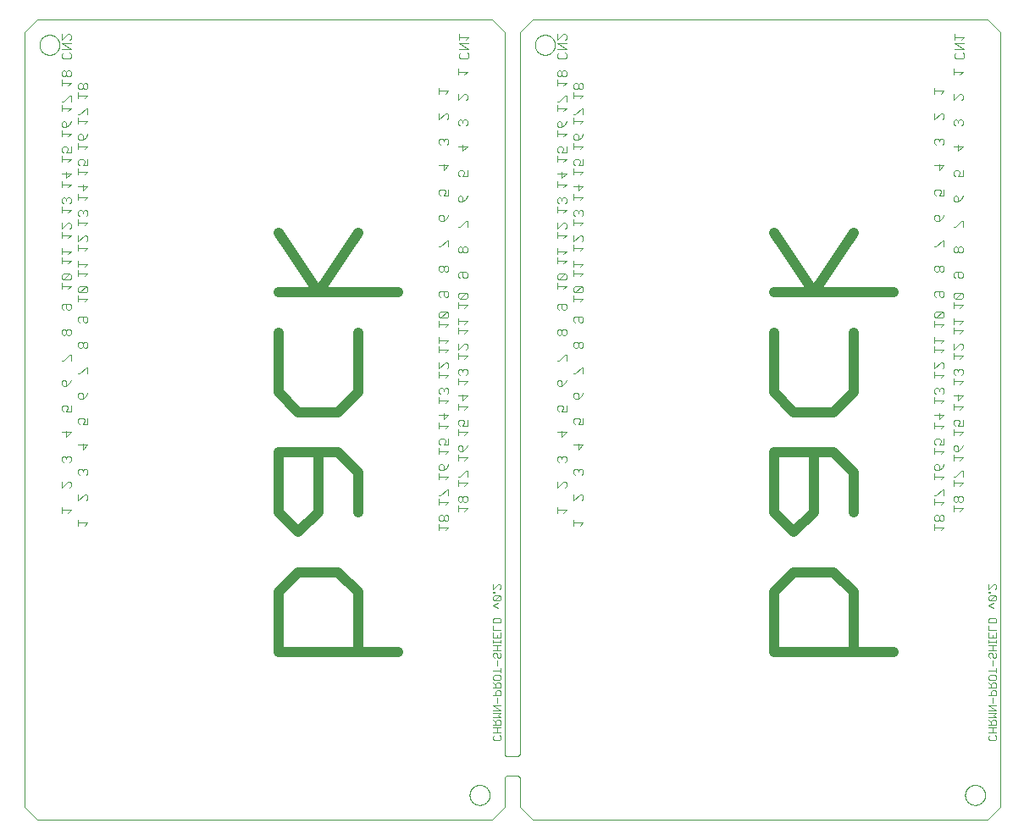
<source format=gbo>
G75*
%MOIN*%
%OFA0B0*%
%FSLAX25Y25*%
%IPPOS*%
%LPD*%
%AMOC8*
5,1,8,0,0,1.08239X$1,22.5*
%
%ADD10C,0.00000*%
%ADD11C,0.00300*%
%ADD12C,0.04100*%
D10*
X0001202Y0006000D02*
X0006202Y0001000D01*
X0185202Y0001000D01*
X0190202Y0006000D01*
X0190202Y0017250D01*
X0190204Y0017318D01*
X0190209Y0017385D01*
X0190218Y0017452D01*
X0190231Y0017519D01*
X0190248Y0017584D01*
X0190267Y0017649D01*
X0190291Y0017713D01*
X0190318Y0017775D01*
X0190348Y0017836D01*
X0190381Y0017894D01*
X0190417Y0017951D01*
X0190457Y0018006D01*
X0190499Y0018059D01*
X0190545Y0018110D01*
X0190592Y0018157D01*
X0190643Y0018203D01*
X0190696Y0018245D01*
X0190751Y0018285D01*
X0190808Y0018321D01*
X0190866Y0018354D01*
X0190927Y0018384D01*
X0190989Y0018411D01*
X0191053Y0018435D01*
X0191118Y0018454D01*
X0191183Y0018471D01*
X0191250Y0018484D01*
X0191317Y0018493D01*
X0191384Y0018498D01*
X0191452Y0018500D01*
X0194952Y0018500D01*
X0195020Y0018498D01*
X0195087Y0018493D01*
X0195154Y0018484D01*
X0195221Y0018471D01*
X0195286Y0018454D01*
X0195351Y0018435D01*
X0195415Y0018411D01*
X0195477Y0018384D01*
X0195538Y0018354D01*
X0195596Y0018321D01*
X0195653Y0018285D01*
X0195708Y0018245D01*
X0195761Y0018203D01*
X0195812Y0018157D01*
X0195859Y0018110D01*
X0195905Y0018059D01*
X0195947Y0018006D01*
X0195987Y0017951D01*
X0196023Y0017894D01*
X0196056Y0017836D01*
X0196086Y0017775D01*
X0196113Y0017713D01*
X0196137Y0017649D01*
X0196156Y0017584D01*
X0196173Y0017519D01*
X0196186Y0017452D01*
X0196195Y0017385D01*
X0196200Y0017318D01*
X0196202Y0017250D01*
X0196202Y0006000D01*
X0201202Y0001000D01*
X0380202Y0001000D01*
X0385202Y0006000D01*
X0385202Y0311000D01*
X0380202Y0316000D01*
X0201202Y0316000D01*
X0196202Y0311000D01*
X0196202Y0027250D01*
X0196200Y0027182D01*
X0196195Y0027115D01*
X0196186Y0027048D01*
X0196173Y0026981D01*
X0196156Y0026916D01*
X0196137Y0026851D01*
X0196113Y0026787D01*
X0196086Y0026725D01*
X0196056Y0026664D01*
X0196023Y0026606D01*
X0195987Y0026549D01*
X0195947Y0026494D01*
X0195905Y0026441D01*
X0195859Y0026390D01*
X0195812Y0026343D01*
X0195761Y0026297D01*
X0195708Y0026255D01*
X0195653Y0026215D01*
X0195596Y0026179D01*
X0195538Y0026146D01*
X0195477Y0026116D01*
X0195415Y0026089D01*
X0195351Y0026065D01*
X0195286Y0026046D01*
X0195221Y0026029D01*
X0195154Y0026016D01*
X0195087Y0026007D01*
X0195020Y0026002D01*
X0194952Y0026000D01*
X0191452Y0026000D01*
X0191384Y0026002D01*
X0191317Y0026007D01*
X0191250Y0026016D01*
X0191183Y0026029D01*
X0191118Y0026046D01*
X0191053Y0026065D01*
X0190989Y0026089D01*
X0190927Y0026116D01*
X0190866Y0026146D01*
X0190808Y0026179D01*
X0190751Y0026215D01*
X0190696Y0026255D01*
X0190643Y0026297D01*
X0190592Y0026343D01*
X0190545Y0026390D01*
X0190499Y0026441D01*
X0190457Y0026494D01*
X0190417Y0026549D01*
X0190381Y0026606D01*
X0190348Y0026664D01*
X0190318Y0026725D01*
X0190291Y0026787D01*
X0190267Y0026851D01*
X0190248Y0026916D01*
X0190231Y0026981D01*
X0190218Y0027048D01*
X0190209Y0027115D01*
X0190204Y0027182D01*
X0190202Y0027250D01*
X0190202Y0311000D01*
X0185202Y0316000D01*
X0006202Y0316000D01*
X0001202Y0311000D01*
X0001202Y0006000D01*
X0176423Y0010843D02*
X0176425Y0010968D01*
X0176431Y0011093D01*
X0176441Y0011217D01*
X0176455Y0011341D01*
X0176472Y0011465D01*
X0176494Y0011588D01*
X0176520Y0011710D01*
X0176549Y0011832D01*
X0176582Y0011952D01*
X0176620Y0012071D01*
X0176660Y0012190D01*
X0176705Y0012306D01*
X0176753Y0012421D01*
X0176805Y0012535D01*
X0176861Y0012647D01*
X0176920Y0012757D01*
X0176982Y0012865D01*
X0177048Y0012972D01*
X0177117Y0013076D01*
X0177190Y0013177D01*
X0177265Y0013277D01*
X0177344Y0013374D01*
X0177426Y0013468D01*
X0177511Y0013560D01*
X0177598Y0013649D01*
X0177689Y0013735D01*
X0177782Y0013818D01*
X0177878Y0013899D01*
X0177976Y0013976D01*
X0178076Y0014050D01*
X0178179Y0014121D01*
X0178284Y0014188D01*
X0178392Y0014253D01*
X0178501Y0014313D01*
X0178612Y0014371D01*
X0178725Y0014424D01*
X0178839Y0014474D01*
X0178955Y0014521D01*
X0179072Y0014563D01*
X0179191Y0014602D01*
X0179311Y0014638D01*
X0179432Y0014669D01*
X0179554Y0014697D01*
X0179676Y0014720D01*
X0179800Y0014740D01*
X0179924Y0014756D01*
X0180048Y0014768D01*
X0180173Y0014776D01*
X0180298Y0014780D01*
X0180422Y0014780D01*
X0180547Y0014776D01*
X0180672Y0014768D01*
X0180796Y0014756D01*
X0180920Y0014740D01*
X0181044Y0014720D01*
X0181166Y0014697D01*
X0181288Y0014669D01*
X0181409Y0014638D01*
X0181529Y0014602D01*
X0181648Y0014563D01*
X0181765Y0014521D01*
X0181881Y0014474D01*
X0181995Y0014424D01*
X0182108Y0014371D01*
X0182219Y0014313D01*
X0182329Y0014253D01*
X0182436Y0014188D01*
X0182541Y0014121D01*
X0182644Y0014050D01*
X0182744Y0013976D01*
X0182842Y0013899D01*
X0182938Y0013818D01*
X0183031Y0013735D01*
X0183122Y0013649D01*
X0183209Y0013560D01*
X0183294Y0013468D01*
X0183376Y0013374D01*
X0183455Y0013277D01*
X0183530Y0013177D01*
X0183603Y0013076D01*
X0183672Y0012972D01*
X0183738Y0012865D01*
X0183800Y0012757D01*
X0183859Y0012647D01*
X0183915Y0012535D01*
X0183967Y0012421D01*
X0184015Y0012306D01*
X0184060Y0012190D01*
X0184100Y0012071D01*
X0184138Y0011952D01*
X0184171Y0011832D01*
X0184200Y0011710D01*
X0184226Y0011588D01*
X0184248Y0011465D01*
X0184265Y0011341D01*
X0184279Y0011217D01*
X0184289Y0011093D01*
X0184295Y0010968D01*
X0184297Y0010843D01*
X0184295Y0010718D01*
X0184289Y0010593D01*
X0184279Y0010469D01*
X0184265Y0010345D01*
X0184248Y0010221D01*
X0184226Y0010098D01*
X0184200Y0009976D01*
X0184171Y0009854D01*
X0184138Y0009734D01*
X0184100Y0009615D01*
X0184060Y0009496D01*
X0184015Y0009380D01*
X0183967Y0009265D01*
X0183915Y0009151D01*
X0183859Y0009039D01*
X0183800Y0008929D01*
X0183738Y0008821D01*
X0183672Y0008714D01*
X0183603Y0008610D01*
X0183530Y0008509D01*
X0183455Y0008409D01*
X0183376Y0008312D01*
X0183294Y0008218D01*
X0183209Y0008126D01*
X0183122Y0008037D01*
X0183031Y0007951D01*
X0182938Y0007868D01*
X0182842Y0007787D01*
X0182744Y0007710D01*
X0182644Y0007636D01*
X0182541Y0007565D01*
X0182436Y0007498D01*
X0182328Y0007433D01*
X0182219Y0007373D01*
X0182108Y0007315D01*
X0181995Y0007262D01*
X0181881Y0007212D01*
X0181765Y0007165D01*
X0181648Y0007123D01*
X0181529Y0007084D01*
X0181409Y0007048D01*
X0181288Y0007017D01*
X0181166Y0006989D01*
X0181044Y0006966D01*
X0180920Y0006946D01*
X0180796Y0006930D01*
X0180672Y0006918D01*
X0180547Y0006910D01*
X0180422Y0006906D01*
X0180298Y0006906D01*
X0180173Y0006910D01*
X0180048Y0006918D01*
X0179924Y0006930D01*
X0179800Y0006946D01*
X0179676Y0006966D01*
X0179554Y0006989D01*
X0179432Y0007017D01*
X0179311Y0007048D01*
X0179191Y0007084D01*
X0179072Y0007123D01*
X0178955Y0007165D01*
X0178839Y0007212D01*
X0178725Y0007262D01*
X0178612Y0007315D01*
X0178501Y0007373D01*
X0178391Y0007433D01*
X0178284Y0007498D01*
X0178179Y0007565D01*
X0178076Y0007636D01*
X0177976Y0007710D01*
X0177878Y0007787D01*
X0177782Y0007868D01*
X0177689Y0007951D01*
X0177598Y0008037D01*
X0177511Y0008126D01*
X0177426Y0008218D01*
X0177344Y0008312D01*
X0177265Y0008409D01*
X0177190Y0008509D01*
X0177117Y0008610D01*
X0177048Y0008714D01*
X0176982Y0008821D01*
X0176920Y0008929D01*
X0176861Y0009039D01*
X0176805Y0009151D01*
X0176753Y0009265D01*
X0176705Y0009380D01*
X0176660Y0009496D01*
X0176620Y0009615D01*
X0176582Y0009734D01*
X0176549Y0009854D01*
X0176520Y0009976D01*
X0176494Y0010098D01*
X0176472Y0010221D01*
X0176455Y0010345D01*
X0176441Y0010469D01*
X0176431Y0010593D01*
X0176425Y0010718D01*
X0176423Y0010843D01*
X0371423Y0010843D02*
X0371425Y0010968D01*
X0371431Y0011093D01*
X0371441Y0011217D01*
X0371455Y0011341D01*
X0371472Y0011465D01*
X0371494Y0011588D01*
X0371520Y0011710D01*
X0371549Y0011832D01*
X0371582Y0011952D01*
X0371620Y0012071D01*
X0371660Y0012190D01*
X0371705Y0012306D01*
X0371753Y0012421D01*
X0371805Y0012535D01*
X0371861Y0012647D01*
X0371920Y0012757D01*
X0371982Y0012865D01*
X0372048Y0012972D01*
X0372117Y0013076D01*
X0372190Y0013177D01*
X0372265Y0013277D01*
X0372344Y0013374D01*
X0372426Y0013468D01*
X0372511Y0013560D01*
X0372598Y0013649D01*
X0372689Y0013735D01*
X0372782Y0013818D01*
X0372878Y0013899D01*
X0372976Y0013976D01*
X0373076Y0014050D01*
X0373179Y0014121D01*
X0373284Y0014188D01*
X0373392Y0014253D01*
X0373501Y0014313D01*
X0373612Y0014371D01*
X0373725Y0014424D01*
X0373839Y0014474D01*
X0373955Y0014521D01*
X0374072Y0014563D01*
X0374191Y0014602D01*
X0374311Y0014638D01*
X0374432Y0014669D01*
X0374554Y0014697D01*
X0374676Y0014720D01*
X0374800Y0014740D01*
X0374924Y0014756D01*
X0375048Y0014768D01*
X0375173Y0014776D01*
X0375298Y0014780D01*
X0375422Y0014780D01*
X0375547Y0014776D01*
X0375672Y0014768D01*
X0375796Y0014756D01*
X0375920Y0014740D01*
X0376044Y0014720D01*
X0376166Y0014697D01*
X0376288Y0014669D01*
X0376409Y0014638D01*
X0376529Y0014602D01*
X0376648Y0014563D01*
X0376765Y0014521D01*
X0376881Y0014474D01*
X0376995Y0014424D01*
X0377108Y0014371D01*
X0377219Y0014313D01*
X0377329Y0014253D01*
X0377436Y0014188D01*
X0377541Y0014121D01*
X0377644Y0014050D01*
X0377744Y0013976D01*
X0377842Y0013899D01*
X0377938Y0013818D01*
X0378031Y0013735D01*
X0378122Y0013649D01*
X0378209Y0013560D01*
X0378294Y0013468D01*
X0378376Y0013374D01*
X0378455Y0013277D01*
X0378530Y0013177D01*
X0378603Y0013076D01*
X0378672Y0012972D01*
X0378738Y0012865D01*
X0378800Y0012757D01*
X0378859Y0012647D01*
X0378915Y0012535D01*
X0378967Y0012421D01*
X0379015Y0012306D01*
X0379060Y0012190D01*
X0379100Y0012071D01*
X0379138Y0011952D01*
X0379171Y0011832D01*
X0379200Y0011710D01*
X0379226Y0011588D01*
X0379248Y0011465D01*
X0379265Y0011341D01*
X0379279Y0011217D01*
X0379289Y0011093D01*
X0379295Y0010968D01*
X0379297Y0010843D01*
X0379295Y0010718D01*
X0379289Y0010593D01*
X0379279Y0010469D01*
X0379265Y0010345D01*
X0379248Y0010221D01*
X0379226Y0010098D01*
X0379200Y0009976D01*
X0379171Y0009854D01*
X0379138Y0009734D01*
X0379100Y0009615D01*
X0379060Y0009496D01*
X0379015Y0009380D01*
X0378967Y0009265D01*
X0378915Y0009151D01*
X0378859Y0009039D01*
X0378800Y0008929D01*
X0378738Y0008821D01*
X0378672Y0008714D01*
X0378603Y0008610D01*
X0378530Y0008509D01*
X0378455Y0008409D01*
X0378376Y0008312D01*
X0378294Y0008218D01*
X0378209Y0008126D01*
X0378122Y0008037D01*
X0378031Y0007951D01*
X0377938Y0007868D01*
X0377842Y0007787D01*
X0377744Y0007710D01*
X0377644Y0007636D01*
X0377541Y0007565D01*
X0377436Y0007498D01*
X0377328Y0007433D01*
X0377219Y0007373D01*
X0377108Y0007315D01*
X0376995Y0007262D01*
X0376881Y0007212D01*
X0376765Y0007165D01*
X0376648Y0007123D01*
X0376529Y0007084D01*
X0376409Y0007048D01*
X0376288Y0007017D01*
X0376166Y0006989D01*
X0376044Y0006966D01*
X0375920Y0006946D01*
X0375796Y0006930D01*
X0375672Y0006918D01*
X0375547Y0006910D01*
X0375422Y0006906D01*
X0375298Y0006906D01*
X0375173Y0006910D01*
X0375048Y0006918D01*
X0374924Y0006930D01*
X0374800Y0006946D01*
X0374676Y0006966D01*
X0374554Y0006989D01*
X0374432Y0007017D01*
X0374311Y0007048D01*
X0374191Y0007084D01*
X0374072Y0007123D01*
X0373955Y0007165D01*
X0373839Y0007212D01*
X0373725Y0007262D01*
X0373612Y0007315D01*
X0373501Y0007373D01*
X0373391Y0007433D01*
X0373284Y0007498D01*
X0373179Y0007565D01*
X0373076Y0007636D01*
X0372976Y0007710D01*
X0372878Y0007787D01*
X0372782Y0007868D01*
X0372689Y0007951D01*
X0372598Y0008037D01*
X0372511Y0008126D01*
X0372426Y0008218D01*
X0372344Y0008312D01*
X0372265Y0008409D01*
X0372190Y0008509D01*
X0372117Y0008610D01*
X0372048Y0008714D01*
X0371982Y0008821D01*
X0371920Y0008929D01*
X0371861Y0009039D01*
X0371805Y0009151D01*
X0371753Y0009265D01*
X0371705Y0009380D01*
X0371660Y0009496D01*
X0371620Y0009615D01*
X0371582Y0009734D01*
X0371549Y0009854D01*
X0371520Y0009976D01*
X0371494Y0010098D01*
X0371472Y0010221D01*
X0371455Y0010345D01*
X0371441Y0010469D01*
X0371431Y0010593D01*
X0371425Y0010718D01*
X0371423Y0010843D01*
X0202132Y0306118D02*
X0202134Y0306243D01*
X0202140Y0306368D01*
X0202150Y0306492D01*
X0202164Y0306616D01*
X0202181Y0306740D01*
X0202203Y0306863D01*
X0202229Y0306985D01*
X0202258Y0307107D01*
X0202291Y0307227D01*
X0202329Y0307346D01*
X0202369Y0307465D01*
X0202414Y0307581D01*
X0202462Y0307696D01*
X0202514Y0307810D01*
X0202570Y0307922D01*
X0202629Y0308032D01*
X0202691Y0308140D01*
X0202757Y0308247D01*
X0202826Y0308351D01*
X0202899Y0308452D01*
X0202974Y0308552D01*
X0203053Y0308649D01*
X0203135Y0308743D01*
X0203220Y0308835D01*
X0203307Y0308924D01*
X0203398Y0309010D01*
X0203491Y0309093D01*
X0203587Y0309174D01*
X0203685Y0309251D01*
X0203785Y0309325D01*
X0203888Y0309396D01*
X0203993Y0309463D01*
X0204101Y0309528D01*
X0204210Y0309588D01*
X0204321Y0309646D01*
X0204434Y0309699D01*
X0204548Y0309749D01*
X0204664Y0309796D01*
X0204781Y0309838D01*
X0204900Y0309877D01*
X0205020Y0309913D01*
X0205141Y0309944D01*
X0205263Y0309972D01*
X0205385Y0309995D01*
X0205509Y0310015D01*
X0205633Y0310031D01*
X0205757Y0310043D01*
X0205882Y0310051D01*
X0206007Y0310055D01*
X0206131Y0310055D01*
X0206256Y0310051D01*
X0206381Y0310043D01*
X0206505Y0310031D01*
X0206629Y0310015D01*
X0206753Y0309995D01*
X0206875Y0309972D01*
X0206997Y0309944D01*
X0207118Y0309913D01*
X0207238Y0309877D01*
X0207357Y0309838D01*
X0207474Y0309796D01*
X0207590Y0309749D01*
X0207704Y0309699D01*
X0207817Y0309646D01*
X0207928Y0309588D01*
X0208038Y0309528D01*
X0208145Y0309463D01*
X0208250Y0309396D01*
X0208353Y0309325D01*
X0208453Y0309251D01*
X0208551Y0309174D01*
X0208647Y0309093D01*
X0208740Y0309010D01*
X0208831Y0308924D01*
X0208918Y0308835D01*
X0209003Y0308743D01*
X0209085Y0308649D01*
X0209164Y0308552D01*
X0209239Y0308452D01*
X0209312Y0308351D01*
X0209381Y0308247D01*
X0209447Y0308140D01*
X0209509Y0308032D01*
X0209568Y0307922D01*
X0209624Y0307810D01*
X0209676Y0307696D01*
X0209724Y0307581D01*
X0209769Y0307465D01*
X0209809Y0307346D01*
X0209847Y0307227D01*
X0209880Y0307107D01*
X0209909Y0306985D01*
X0209935Y0306863D01*
X0209957Y0306740D01*
X0209974Y0306616D01*
X0209988Y0306492D01*
X0209998Y0306368D01*
X0210004Y0306243D01*
X0210006Y0306118D01*
X0210004Y0305993D01*
X0209998Y0305868D01*
X0209988Y0305744D01*
X0209974Y0305620D01*
X0209957Y0305496D01*
X0209935Y0305373D01*
X0209909Y0305251D01*
X0209880Y0305129D01*
X0209847Y0305009D01*
X0209809Y0304890D01*
X0209769Y0304771D01*
X0209724Y0304655D01*
X0209676Y0304540D01*
X0209624Y0304426D01*
X0209568Y0304314D01*
X0209509Y0304204D01*
X0209447Y0304096D01*
X0209381Y0303989D01*
X0209312Y0303885D01*
X0209239Y0303784D01*
X0209164Y0303684D01*
X0209085Y0303587D01*
X0209003Y0303493D01*
X0208918Y0303401D01*
X0208831Y0303312D01*
X0208740Y0303226D01*
X0208647Y0303143D01*
X0208551Y0303062D01*
X0208453Y0302985D01*
X0208353Y0302911D01*
X0208250Y0302840D01*
X0208145Y0302773D01*
X0208037Y0302708D01*
X0207928Y0302648D01*
X0207817Y0302590D01*
X0207704Y0302537D01*
X0207590Y0302487D01*
X0207474Y0302440D01*
X0207357Y0302398D01*
X0207238Y0302359D01*
X0207118Y0302323D01*
X0206997Y0302292D01*
X0206875Y0302264D01*
X0206753Y0302241D01*
X0206629Y0302221D01*
X0206505Y0302205D01*
X0206381Y0302193D01*
X0206256Y0302185D01*
X0206131Y0302181D01*
X0206007Y0302181D01*
X0205882Y0302185D01*
X0205757Y0302193D01*
X0205633Y0302205D01*
X0205509Y0302221D01*
X0205385Y0302241D01*
X0205263Y0302264D01*
X0205141Y0302292D01*
X0205020Y0302323D01*
X0204900Y0302359D01*
X0204781Y0302398D01*
X0204664Y0302440D01*
X0204548Y0302487D01*
X0204434Y0302537D01*
X0204321Y0302590D01*
X0204210Y0302648D01*
X0204100Y0302708D01*
X0203993Y0302773D01*
X0203888Y0302840D01*
X0203785Y0302911D01*
X0203685Y0302985D01*
X0203587Y0303062D01*
X0203491Y0303143D01*
X0203398Y0303226D01*
X0203307Y0303312D01*
X0203220Y0303401D01*
X0203135Y0303493D01*
X0203053Y0303587D01*
X0202974Y0303684D01*
X0202899Y0303784D01*
X0202826Y0303885D01*
X0202757Y0303989D01*
X0202691Y0304096D01*
X0202629Y0304204D01*
X0202570Y0304314D01*
X0202514Y0304426D01*
X0202462Y0304540D01*
X0202414Y0304655D01*
X0202369Y0304771D01*
X0202329Y0304890D01*
X0202291Y0305009D01*
X0202258Y0305129D01*
X0202229Y0305251D01*
X0202203Y0305373D01*
X0202181Y0305496D01*
X0202164Y0305620D01*
X0202150Y0305744D01*
X0202140Y0305868D01*
X0202134Y0305993D01*
X0202132Y0306118D01*
X0007132Y0306118D02*
X0007134Y0306243D01*
X0007140Y0306368D01*
X0007150Y0306492D01*
X0007164Y0306616D01*
X0007181Y0306740D01*
X0007203Y0306863D01*
X0007229Y0306985D01*
X0007258Y0307107D01*
X0007291Y0307227D01*
X0007329Y0307346D01*
X0007369Y0307465D01*
X0007414Y0307581D01*
X0007462Y0307696D01*
X0007514Y0307810D01*
X0007570Y0307922D01*
X0007629Y0308032D01*
X0007691Y0308140D01*
X0007757Y0308247D01*
X0007826Y0308351D01*
X0007899Y0308452D01*
X0007974Y0308552D01*
X0008053Y0308649D01*
X0008135Y0308743D01*
X0008220Y0308835D01*
X0008307Y0308924D01*
X0008398Y0309010D01*
X0008491Y0309093D01*
X0008587Y0309174D01*
X0008685Y0309251D01*
X0008785Y0309325D01*
X0008888Y0309396D01*
X0008993Y0309463D01*
X0009101Y0309528D01*
X0009210Y0309588D01*
X0009321Y0309646D01*
X0009434Y0309699D01*
X0009548Y0309749D01*
X0009664Y0309796D01*
X0009781Y0309838D01*
X0009900Y0309877D01*
X0010020Y0309913D01*
X0010141Y0309944D01*
X0010263Y0309972D01*
X0010385Y0309995D01*
X0010509Y0310015D01*
X0010633Y0310031D01*
X0010757Y0310043D01*
X0010882Y0310051D01*
X0011007Y0310055D01*
X0011131Y0310055D01*
X0011256Y0310051D01*
X0011381Y0310043D01*
X0011505Y0310031D01*
X0011629Y0310015D01*
X0011753Y0309995D01*
X0011875Y0309972D01*
X0011997Y0309944D01*
X0012118Y0309913D01*
X0012238Y0309877D01*
X0012357Y0309838D01*
X0012474Y0309796D01*
X0012590Y0309749D01*
X0012704Y0309699D01*
X0012817Y0309646D01*
X0012928Y0309588D01*
X0013038Y0309528D01*
X0013145Y0309463D01*
X0013250Y0309396D01*
X0013353Y0309325D01*
X0013453Y0309251D01*
X0013551Y0309174D01*
X0013647Y0309093D01*
X0013740Y0309010D01*
X0013831Y0308924D01*
X0013918Y0308835D01*
X0014003Y0308743D01*
X0014085Y0308649D01*
X0014164Y0308552D01*
X0014239Y0308452D01*
X0014312Y0308351D01*
X0014381Y0308247D01*
X0014447Y0308140D01*
X0014509Y0308032D01*
X0014568Y0307922D01*
X0014624Y0307810D01*
X0014676Y0307696D01*
X0014724Y0307581D01*
X0014769Y0307465D01*
X0014809Y0307346D01*
X0014847Y0307227D01*
X0014880Y0307107D01*
X0014909Y0306985D01*
X0014935Y0306863D01*
X0014957Y0306740D01*
X0014974Y0306616D01*
X0014988Y0306492D01*
X0014998Y0306368D01*
X0015004Y0306243D01*
X0015006Y0306118D01*
X0015004Y0305993D01*
X0014998Y0305868D01*
X0014988Y0305744D01*
X0014974Y0305620D01*
X0014957Y0305496D01*
X0014935Y0305373D01*
X0014909Y0305251D01*
X0014880Y0305129D01*
X0014847Y0305009D01*
X0014809Y0304890D01*
X0014769Y0304771D01*
X0014724Y0304655D01*
X0014676Y0304540D01*
X0014624Y0304426D01*
X0014568Y0304314D01*
X0014509Y0304204D01*
X0014447Y0304096D01*
X0014381Y0303989D01*
X0014312Y0303885D01*
X0014239Y0303784D01*
X0014164Y0303684D01*
X0014085Y0303587D01*
X0014003Y0303493D01*
X0013918Y0303401D01*
X0013831Y0303312D01*
X0013740Y0303226D01*
X0013647Y0303143D01*
X0013551Y0303062D01*
X0013453Y0302985D01*
X0013353Y0302911D01*
X0013250Y0302840D01*
X0013145Y0302773D01*
X0013037Y0302708D01*
X0012928Y0302648D01*
X0012817Y0302590D01*
X0012704Y0302537D01*
X0012590Y0302487D01*
X0012474Y0302440D01*
X0012357Y0302398D01*
X0012238Y0302359D01*
X0012118Y0302323D01*
X0011997Y0302292D01*
X0011875Y0302264D01*
X0011753Y0302241D01*
X0011629Y0302221D01*
X0011505Y0302205D01*
X0011381Y0302193D01*
X0011256Y0302185D01*
X0011131Y0302181D01*
X0011007Y0302181D01*
X0010882Y0302185D01*
X0010757Y0302193D01*
X0010633Y0302205D01*
X0010509Y0302221D01*
X0010385Y0302241D01*
X0010263Y0302264D01*
X0010141Y0302292D01*
X0010020Y0302323D01*
X0009900Y0302359D01*
X0009781Y0302398D01*
X0009664Y0302440D01*
X0009548Y0302487D01*
X0009434Y0302537D01*
X0009321Y0302590D01*
X0009210Y0302648D01*
X0009100Y0302708D01*
X0008993Y0302773D01*
X0008888Y0302840D01*
X0008785Y0302911D01*
X0008685Y0302985D01*
X0008587Y0303062D01*
X0008491Y0303143D01*
X0008398Y0303226D01*
X0008307Y0303312D01*
X0008220Y0303401D01*
X0008135Y0303493D01*
X0008053Y0303587D01*
X0007974Y0303684D01*
X0007899Y0303784D01*
X0007826Y0303885D01*
X0007757Y0303989D01*
X0007691Y0304096D01*
X0007629Y0304204D01*
X0007570Y0304314D01*
X0007514Y0304426D01*
X0007462Y0304540D01*
X0007414Y0304655D01*
X0007369Y0304771D01*
X0007329Y0304890D01*
X0007291Y0305009D01*
X0007258Y0305129D01*
X0007229Y0305251D01*
X0007203Y0305373D01*
X0007181Y0305496D01*
X0007164Y0305620D01*
X0007150Y0305744D01*
X0007140Y0305868D01*
X0007134Y0305993D01*
X0007132Y0306118D01*
D11*
X0015852Y0306777D02*
X0019556Y0306777D01*
X0018938Y0307992D02*
X0019556Y0308609D01*
X0019556Y0309843D01*
X0018938Y0310460D01*
X0018321Y0310460D01*
X0015852Y0307992D01*
X0015852Y0310460D01*
X0015852Y0306777D02*
X0019556Y0304308D01*
X0015852Y0304308D01*
X0016470Y0303094D02*
X0015852Y0302477D01*
X0015852Y0301242D01*
X0016470Y0300625D01*
X0018938Y0300625D01*
X0019556Y0301242D01*
X0019556Y0302477D01*
X0018938Y0303094D01*
X0018938Y0296119D02*
X0018321Y0296119D01*
X0017704Y0295502D01*
X0017704Y0294267D01*
X0018321Y0293650D01*
X0018938Y0293650D01*
X0019556Y0294267D01*
X0019556Y0295502D01*
X0018938Y0296119D01*
X0017704Y0295502D02*
X0017087Y0296119D01*
X0016470Y0296119D01*
X0015852Y0295502D01*
X0015852Y0294267D01*
X0016470Y0293650D01*
X0017087Y0293650D01*
X0017704Y0294267D01*
X0015852Y0292436D02*
X0015852Y0289967D01*
X0015852Y0291201D02*
X0019556Y0291201D01*
X0018321Y0289967D01*
X0018938Y0286119D02*
X0016470Y0283650D01*
X0015852Y0283650D01*
X0015852Y0282436D02*
X0015852Y0279967D01*
X0015852Y0281201D02*
X0019556Y0281201D01*
X0018321Y0279967D01*
X0019556Y0283650D02*
X0019556Y0286119D01*
X0018938Y0286119D01*
X0022352Y0286201D02*
X0026056Y0286201D01*
X0024821Y0284967D01*
X0022352Y0284967D02*
X0022352Y0287436D01*
X0022970Y0288650D02*
X0023587Y0288650D01*
X0024204Y0289267D01*
X0024204Y0290502D01*
X0023587Y0291119D01*
X0022970Y0291119D01*
X0022352Y0290502D01*
X0022352Y0289267D01*
X0022970Y0288650D01*
X0024204Y0289267D02*
X0024821Y0288650D01*
X0025438Y0288650D01*
X0026056Y0289267D01*
X0026056Y0290502D01*
X0025438Y0291119D01*
X0024821Y0291119D01*
X0024204Y0290502D01*
X0025438Y0281119D02*
X0022970Y0278650D01*
X0022352Y0278650D01*
X0022352Y0277436D02*
X0022352Y0274967D01*
X0022352Y0276201D02*
X0026056Y0276201D01*
X0024821Y0274967D01*
X0026056Y0278650D02*
X0026056Y0281119D01*
X0025438Y0281119D01*
X0019556Y0276119D02*
X0018938Y0274884D01*
X0017704Y0273650D01*
X0017704Y0275502D01*
X0017087Y0276119D01*
X0016470Y0276119D01*
X0015852Y0275502D01*
X0015852Y0274267D01*
X0016470Y0273650D01*
X0017704Y0273650D01*
X0015852Y0272436D02*
X0015852Y0269967D01*
X0015852Y0271201D02*
X0019556Y0271201D01*
X0018321Y0269967D01*
X0022352Y0270502D02*
X0022352Y0269267D01*
X0022970Y0268650D01*
X0024204Y0268650D01*
X0024204Y0270502D01*
X0023587Y0271119D01*
X0022970Y0271119D01*
X0022352Y0270502D01*
X0024204Y0268650D02*
X0025438Y0269884D01*
X0026056Y0271119D01*
X0022352Y0267436D02*
X0022352Y0264967D01*
X0022352Y0266201D02*
X0026056Y0266201D01*
X0024821Y0264967D01*
X0024204Y0261119D02*
X0022970Y0261119D01*
X0022352Y0260502D01*
X0022352Y0259267D01*
X0022970Y0258650D01*
X0024204Y0258650D02*
X0024821Y0259884D01*
X0024821Y0260502D01*
X0024204Y0261119D01*
X0026056Y0261119D02*
X0026056Y0258650D01*
X0024204Y0258650D01*
X0022352Y0257436D02*
X0022352Y0254967D01*
X0022352Y0256201D02*
X0026056Y0256201D01*
X0024821Y0254967D01*
X0024204Y0251119D02*
X0024204Y0248650D01*
X0026056Y0250502D01*
X0022352Y0250502D01*
X0019556Y0251201D02*
X0015852Y0251201D01*
X0015852Y0249967D02*
X0015852Y0252436D01*
X0017704Y0253650D02*
X0017704Y0256119D01*
X0019556Y0255502D02*
X0017704Y0253650D01*
X0015852Y0255502D02*
X0019556Y0255502D01*
X0019556Y0251201D02*
X0018321Y0249967D01*
X0018321Y0246119D02*
X0017704Y0245502D01*
X0017087Y0246119D01*
X0016470Y0246119D01*
X0015852Y0245502D01*
X0015852Y0244267D01*
X0016470Y0243650D01*
X0015852Y0242436D02*
X0015852Y0239967D01*
X0015852Y0241201D02*
X0019556Y0241201D01*
X0018321Y0239967D01*
X0018938Y0243650D02*
X0019556Y0244267D01*
X0019556Y0245502D01*
X0018938Y0246119D01*
X0018321Y0246119D01*
X0017704Y0245502D02*
X0017704Y0244884D01*
X0022352Y0244967D02*
X0022352Y0247436D01*
X0022352Y0246201D02*
X0026056Y0246201D01*
X0024821Y0244967D01*
X0024821Y0241119D02*
X0024204Y0240502D01*
X0023587Y0241119D01*
X0022970Y0241119D01*
X0022352Y0240502D01*
X0022352Y0239267D01*
X0022970Y0238650D01*
X0022352Y0237436D02*
X0022352Y0234967D01*
X0022352Y0236201D02*
X0026056Y0236201D01*
X0024821Y0234967D01*
X0025438Y0238650D02*
X0026056Y0239267D01*
X0026056Y0240502D01*
X0025438Y0241119D01*
X0024821Y0241119D01*
X0024204Y0240502D02*
X0024204Y0239884D01*
X0019556Y0235502D02*
X0019556Y0234267D01*
X0018938Y0233650D01*
X0019556Y0235502D02*
X0018938Y0236119D01*
X0018321Y0236119D01*
X0015852Y0233650D01*
X0015852Y0236119D01*
X0015852Y0232436D02*
X0015852Y0229967D01*
X0015852Y0231201D02*
X0019556Y0231201D01*
X0018321Y0229967D01*
X0022352Y0231119D02*
X0022352Y0228650D01*
X0024821Y0231119D01*
X0025438Y0231119D01*
X0026056Y0230502D01*
X0026056Y0229267D01*
X0025438Y0228650D01*
X0026056Y0226201D02*
X0022352Y0226201D01*
X0022352Y0224967D02*
X0022352Y0227436D01*
X0024821Y0224967D02*
X0026056Y0226201D01*
X0019556Y0224884D02*
X0015852Y0224884D01*
X0015852Y0223650D02*
X0015852Y0226119D01*
X0018321Y0223650D02*
X0019556Y0224884D01*
X0019556Y0221201D02*
X0015852Y0221201D01*
X0015852Y0219967D02*
X0015852Y0222436D01*
X0018321Y0219967D02*
X0019556Y0221201D01*
X0022352Y0221119D02*
X0022352Y0218650D01*
X0022352Y0217436D02*
X0022352Y0214967D01*
X0022352Y0216201D02*
X0026056Y0216201D01*
X0024821Y0214967D01*
X0024821Y0218650D02*
X0026056Y0219884D01*
X0022352Y0219884D01*
X0018938Y0216119D02*
X0016470Y0213650D01*
X0015852Y0214267D01*
X0015852Y0215502D01*
X0016470Y0216119D01*
X0018938Y0216119D01*
X0019556Y0215502D01*
X0019556Y0214267D01*
X0018938Y0213650D01*
X0016470Y0213650D01*
X0015852Y0212436D02*
X0015852Y0209967D01*
X0015852Y0211201D02*
X0019556Y0211201D01*
X0018321Y0209967D01*
X0022352Y0210502D02*
X0022352Y0209267D01*
X0022970Y0208650D01*
X0025438Y0211119D01*
X0022970Y0211119D01*
X0022352Y0210502D01*
X0022970Y0208650D02*
X0025438Y0208650D01*
X0026056Y0209267D01*
X0026056Y0210502D01*
X0025438Y0211119D01*
X0022352Y0207436D02*
X0022352Y0204967D01*
X0022352Y0206201D02*
X0026056Y0206201D01*
X0024821Y0204967D01*
X0019556Y0203660D02*
X0019556Y0202426D01*
X0018938Y0201808D01*
X0018321Y0201808D01*
X0017704Y0202426D01*
X0017704Y0204277D01*
X0018938Y0204277D02*
X0019556Y0203660D01*
X0018938Y0204277D02*
X0016470Y0204277D01*
X0015852Y0203660D01*
X0015852Y0202426D01*
X0016470Y0201808D01*
X0022352Y0198660D02*
X0022970Y0199277D01*
X0025438Y0199277D01*
X0026056Y0198660D01*
X0026056Y0197426D01*
X0025438Y0196808D01*
X0024821Y0196808D01*
X0024204Y0197426D01*
X0024204Y0199277D01*
X0022352Y0198660D02*
X0022352Y0197426D01*
X0022970Y0196808D01*
X0019556Y0193660D02*
X0018938Y0194277D01*
X0018321Y0194277D01*
X0017704Y0193660D01*
X0017704Y0192426D01*
X0018321Y0191808D01*
X0018938Y0191808D01*
X0019556Y0192426D01*
X0019556Y0193660D01*
X0017704Y0193660D02*
X0017087Y0194277D01*
X0016470Y0194277D01*
X0015852Y0193660D01*
X0015852Y0192426D01*
X0016470Y0191808D01*
X0017087Y0191808D01*
X0017704Y0192426D01*
X0022352Y0188660D02*
X0022352Y0187426D01*
X0022970Y0186808D01*
X0023587Y0186808D01*
X0024204Y0187426D01*
X0024204Y0188660D01*
X0023587Y0189277D01*
X0022970Y0189277D01*
X0022352Y0188660D01*
X0024204Y0188660D02*
X0024821Y0189277D01*
X0025438Y0189277D01*
X0026056Y0188660D01*
X0026056Y0187426D01*
X0025438Y0186808D01*
X0024821Y0186808D01*
X0024204Y0187426D01*
X0019556Y0184277D02*
X0018938Y0184277D01*
X0016470Y0181808D01*
X0015852Y0181808D01*
X0019556Y0181808D02*
X0019556Y0184277D01*
X0025438Y0179277D02*
X0022970Y0176808D01*
X0022352Y0176808D01*
X0026056Y0176808D02*
X0026056Y0179277D01*
X0025438Y0179277D01*
X0019556Y0174277D02*
X0018938Y0173043D01*
X0017704Y0171808D01*
X0017704Y0173660D01*
X0017087Y0174277D01*
X0016470Y0174277D01*
X0015852Y0173660D01*
X0015852Y0172426D01*
X0016470Y0171808D01*
X0017704Y0171808D01*
X0022352Y0168660D02*
X0022970Y0169277D01*
X0023587Y0169277D01*
X0024204Y0168660D01*
X0024204Y0166808D01*
X0022970Y0166808D01*
X0022352Y0167426D01*
X0022352Y0168660D01*
X0024204Y0166808D02*
X0025438Y0168043D01*
X0026056Y0169277D01*
X0019556Y0164277D02*
X0019556Y0161808D01*
X0017704Y0161808D01*
X0018321Y0163043D01*
X0018321Y0163660D01*
X0017704Y0164277D01*
X0016470Y0164277D01*
X0015852Y0163660D01*
X0015852Y0162426D01*
X0016470Y0161808D01*
X0022352Y0158660D02*
X0022352Y0157426D01*
X0022970Y0156808D01*
X0024204Y0156808D02*
X0024821Y0158043D01*
X0024821Y0158660D01*
X0024204Y0159277D01*
X0022970Y0159277D01*
X0022352Y0158660D01*
X0024204Y0156808D02*
X0026056Y0156808D01*
X0026056Y0159277D01*
X0019556Y0153660D02*
X0015852Y0153660D01*
X0017704Y0154277D02*
X0017704Y0151808D01*
X0019556Y0153660D01*
X0024204Y0149277D02*
X0024204Y0146808D01*
X0026056Y0148660D01*
X0022352Y0148660D01*
X0018938Y0144277D02*
X0018321Y0144277D01*
X0017704Y0143660D01*
X0017087Y0144277D01*
X0016470Y0144277D01*
X0015852Y0143660D01*
X0015852Y0142426D01*
X0016470Y0141808D01*
X0017704Y0143043D02*
X0017704Y0143660D01*
X0018938Y0144277D02*
X0019556Y0143660D01*
X0019556Y0142426D01*
X0018938Y0141808D01*
X0022352Y0138660D02*
X0022352Y0137426D01*
X0022970Y0136808D01*
X0024204Y0138043D02*
X0024204Y0138660D01*
X0023587Y0139277D01*
X0022970Y0139277D01*
X0022352Y0138660D01*
X0024204Y0138660D02*
X0024821Y0139277D01*
X0025438Y0139277D01*
X0026056Y0138660D01*
X0026056Y0137426D01*
X0025438Y0136808D01*
X0019556Y0133660D02*
X0019556Y0132426D01*
X0018938Y0131808D01*
X0019556Y0133660D02*
X0018938Y0134277D01*
X0018321Y0134277D01*
X0015852Y0131808D01*
X0015852Y0134277D01*
X0022352Y0129277D02*
X0022352Y0126808D01*
X0024821Y0129277D01*
X0025438Y0129277D01*
X0026056Y0128660D01*
X0026056Y0127426D01*
X0025438Y0126808D01*
X0019556Y0123043D02*
X0015852Y0123043D01*
X0015852Y0124277D02*
X0015852Y0121808D01*
X0018321Y0121808D02*
X0019556Y0123043D01*
X0022352Y0119277D02*
X0022352Y0116808D01*
X0022352Y0118043D02*
X0026056Y0118043D01*
X0024821Y0116808D01*
X0164352Y0116201D02*
X0168056Y0116201D01*
X0166821Y0114967D01*
X0164352Y0114967D02*
X0164352Y0117436D01*
X0164970Y0118650D02*
X0165587Y0118650D01*
X0166204Y0119267D01*
X0166204Y0120502D01*
X0165587Y0121119D01*
X0164970Y0121119D01*
X0164352Y0120502D01*
X0164352Y0119267D01*
X0164970Y0118650D01*
X0166204Y0119267D02*
X0166821Y0118650D01*
X0167438Y0118650D01*
X0168056Y0119267D01*
X0168056Y0120502D01*
X0167438Y0121119D01*
X0166821Y0121119D01*
X0166204Y0120502D01*
X0166821Y0124967D02*
X0168056Y0126201D01*
X0164352Y0126201D01*
X0164352Y0124967D02*
X0164352Y0127436D01*
X0164352Y0128650D02*
X0164970Y0128650D01*
X0167438Y0131119D01*
X0168056Y0131119D01*
X0168056Y0128650D01*
X0171852Y0128002D02*
X0171852Y0126767D01*
X0172470Y0126150D01*
X0173087Y0126150D01*
X0173704Y0126767D01*
X0173704Y0128002D01*
X0173087Y0128619D01*
X0172470Y0128619D01*
X0171852Y0128002D01*
X0173704Y0128002D02*
X0174321Y0128619D01*
X0174938Y0128619D01*
X0175556Y0128002D01*
X0175556Y0126767D01*
X0174938Y0126150D01*
X0174321Y0126150D01*
X0173704Y0126767D01*
X0171852Y0124936D02*
X0171852Y0122467D01*
X0171852Y0123701D02*
X0175556Y0123701D01*
X0174321Y0122467D01*
X0174321Y0132467D02*
X0175556Y0133701D01*
X0171852Y0133701D01*
X0171852Y0132467D02*
X0171852Y0134936D01*
X0171852Y0136150D02*
X0172470Y0136150D01*
X0174938Y0138619D01*
X0175556Y0138619D01*
X0175556Y0136150D01*
X0174321Y0142467D02*
X0175556Y0143701D01*
X0171852Y0143701D01*
X0171852Y0142467D02*
X0171852Y0144936D01*
X0172470Y0146150D02*
X0171852Y0146767D01*
X0171852Y0148002D01*
X0172470Y0148619D01*
X0173087Y0148619D01*
X0173704Y0148002D01*
X0173704Y0146150D01*
X0172470Y0146150D01*
X0173704Y0146150D02*
X0174938Y0147384D01*
X0175556Y0148619D01*
X0174321Y0152467D02*
X0175556Y0153701D01*
X0171852Y0153701D01*
X0171852Y0152467D02*
X0171852Y0154936D01*
X0172470Y0156150D02*
X0171852Y0156767D01*
X0171852Y0158002D01*
X0172470Y0158619D01*
X0173704Y0158619D01*
X0174321Y0158002D01*
X0174321Y0157384D01*
X0173704Y0156150D01*
X0175556Y0156150D01*
X0175556Y0158619D01*
X0174321Y0162467D02*
X0175556Y0163701D01*
X0171852Y0163701D01*
X0171852Y0162467D02*
X0171852Y0164936D01*
X0173704Y0166150D02*
X0173704Y0168619D01*
X0175556Y0168002D02*
X0173704Y0166150D01*
X0171852Y0168002D02*
X0175556Y0168002D01*
X0174321Y0172467D02*
X0175556Y0173701D01*
X0171852Y0173701D01*
X0171852Y0172467D02*
X0171852Y0174936D01*
X0172470Y0176150D02*
X0171852Y0176767D01*
X0171852Y0178002D01*
X0172470Y0178619D01*
X0173087Y0178619D01*
X0173704Y0178002D01*
X0173704Y0177384D01*
X0173704Y0178002D02*
X0174321Y0178619D01*
X0174938Y0178619D01*
X0175556Y0178002D01*
X0175556Y0176767D01*
X0174938Y0176150D01*
X0174321Y0182467D02*
X0175556Y0183701D01*
X0171852Y0183701D01*
X0171852Y0182467D02*
X0171852Y0184936D01*
X0171852Y0186150D02*
X0174321Y0188619D01*
X0174938Y0188619D01*
X0175556Y0188002D01*
X0175556Y0186767D01*
X0174938Y0186150D01*
X0171852Y0186150D02*
X0171852Y0188619D01*
X0171852Y0192467D02*
X0171852Y0194936D01*
X0171852Y0196150D02*
X0171852Y0198619D01*
X0171852Y0197384D02*
X0175556Y0197384D01*
X0174321Y0196150D01*
X0175556Y0193701D02*
X0171852Y0193701D01*
X0174321Y0192467D02*
X0175556Y0193701D01*
X0168056Y0196201D02*
X0164352Y0196201D01*
X0164352Y0194967D02*
X0164352Y0197436D01*
X0164970Y0198650D02*
X0167438Y0201119D01*
X0164970Y0201119D01*
X0164352Y0200502D01*
X0164352Y0199267D01*
X0164970Y0198650D01*
X0167438Y0198650D01*
X0168056Y0199267D01*
X0168056Y0200502D01*
X0167438Y0201119D01*
X0171852Y0202467D02*
X0171852Y0204936D01*
X0171852Y0203701D02*
X0175556Y0203701D01*
X0174321Y0202467D01*
X0174938Y0206150D02*
X0172470Y0206150D01*
X0174938Y0208619D01*
X0172470Y0208619D01*
X0171852Y0208002D01*
X0171852Y0206767D01*
X0172470Y0206150D01*
X0174938Y0206150D02*
X0175556Y0206767D01*
X0175556Y0208002D01*
X0174938Y0208619D01*
X0174938Y0214308D02*
X0174321Y0214308D01*
X0173704Y0214926D01*
X0173704Y0216777D01*
X0172470Y0216777D02*
X0174938Y0216777D01*
X0175556Y0216160D01*
X0175556Y0214926D01*
X0174938Y0214308D01*
X0172470Y0214308D02*
X0171852Y0214926D01*
X0171852Y0216160D01*
X0172470Y0216777D01*
X0168056Y0217426D02*
X0168056Y0218660D01*
X0167438Y0219277D01*
X0166821Y0219277D01*
X0166204Y0218660D01*
X0166204Y0217426D01*
X0166821Y0216808D01*
X0167438Y0216808D01*
X0168056Y0217426D01*
X0166204Y0217426D02*
X0165587Y0216808D01*
X0164970Y0216808D01*
X0164352Y0217426D01*
X0164352Y0218660D01*
X0164970Y0219277D01*
X0165587Y0219277D01*
X0166204Y0218660D01*
X0172470Y0224308D02*
X0173087Y0224308D01*
X0173704Y0224926D01*
X0173704Y0226160D01*
X0173087Y0226777D01*
X0172470Y0226777D01*
X0171852Y0226160D01*
X0171852Y0224926D01*
X0172470Y0224308D01*
X0173704Y0224926D02*
X0174321Y0224308D01*
X0174938Y0224308D01*
X0175556Y0224926D01*
X0175556Y0226160D01*
X0174938Y0226777D01*
X0174321Y0226777D01*
X0173704Y0226160D01*
X0168056Y0226808D02*
X0168056Y0229277D01*
X0167438Y0229277D01*
X0164970Y0226808D01*
X0164352Y0226808D01*
X0171852Y0234308D02*
X0172470Y0234308D01*
X0174938Y0236777D01*
X0175556Y0236777D01*
X0175556Y0234308D01*
X0167438Y0238043D02*
X0166204Y0236808D01*
X0166204Y0238660D01*
X0165587Y0239277D01*
X0164970Y0239277D01*
X0164352Y0238660D01*
X0164352Y0237426D01*
X0164970Y0236808D01*
X0166204Y0236808D01*
X0167438Y0238043D02*
X0168056Y0239277D01*
X0172470Y0244308D02*
X0171852Y0244926D01*
X0171852Y0246160D01*
X0172470Y0246777D01*
X0173087Y0246777D01*
X0173704Y0246160D01*
X0173704Y0244308D01*
X0172470Y0244308D01*
X0173704Y0244308D02*
X0174938Y0245543D01*
X0175556Y0246777D01*
X0168056Y0246808D02*
X0166204Y0246808D01*
X0166821Y0248043D01*
X0166821Y0248660D01*
X0166204Y0249277D01*
X0164970Y0249277D01*
X0164352Y0248660D01*
X0164352Y0247426D01*
X0164970Y0246808D01*
X0168056Y0246808D02*
X0168056Y0249277D01*
X0172470Y0254308D02*
X0171852Y0254926D01*
X0171852Y0256160D01*
X0172470Y0256777D01*
X0173704Y0256777D01*
X0174321Y0256160D01*
X0174321Y0255543D01*
X0173704Y0254308D01*
X0175556Y0254308D01*
X0175556Y0256777D01*
X0168056Y0258660D02*
X0166204Y0256808D01*
X0166204Y0259277D01*
X0164352Y0258660D02*
X0168056Y0258660D01*
X0173704Y0264308D02*
X0173704Y0266777D01*
X0175556Y0266160D02*
X0173704Y0264308D01*
X0171852Y0266160D02*
X0175556Y0266160D01*
X0168056Y0267426D02*
X0168056Y0268660D01*
X0167438Y0269277D01*
X0166821Y0269277D01*
X0166204Y0268660D01*
X0165587Y0269277D01*
X0164970Y0269277D01*
X0164352Y0268660D01*
X0164352Y0267426D01*
X0164970Y0266808D01*
X0166204Y0268043D02*
X0166204Y0268660D01*
X0167438Y0266808D02*
X0168056Y0267426D01*
X0172470Y0274308D02*
X0171852Y0274926D01*
X0171852Y0276160D01*
X0172470Y0276777D01*
X0173087Y0276777D01*
X0173704Y0276160D01*
X0173704Y0275543D01*
X0173704Y0276160D02*
X0174321Y0276777D01*
X0174938Y0276777D01*
X0175556Y0276160D01*
X0175556Y0274926D01*
X0174938Y0274308D01*
X0168056Y0277426D02*
X0167438Y0276808D01*
X0168056Y0277426D02*
X0168056Y0278660D01*
X0167438Y0279277D01*
X0166821Y0279277D01*
X0164352Y0276808D01*
X0164352Y0279277D01*
X0164352Y0286808D02*
X0164352Y0289277D01*
X0164352Y0288043D02*
X0168056Y0288043D01*
X0166821Y0286808D01*
X0171852Y0286777D02*
X0171852Y0284308D01*
X0174321Y0286777D01*
X0174938Y0286777D01*
X0175556Y0286160D01*
X0175556Y0284926D01*
X0174938Y0284308D01*
X0174321Y0294308D02*
X0175556Y0295543D01*
X0171852Y0295543D01*
X0171852Y0296777D02*
X0171852Y0294308D01*
X0172970Y0300625D02*
X0172352Y0301242D01*
X0172352Y0302477D01*
X0172970Y0303094D01*
X0172352Y0304308D02*
X0176056Y0304308D01*
X0172352Y0306777D01*
X0176056Y0306777D01*
X0174821Y0307992D02*
X0176056Y0309226D01*
X0172352Y0309226D01*
X0172352Y0307992D02*
X0172352Y0310460D01*
X0175438Y0303094D02*
X0176056Y0302477D01*
X0176056Y0301242D01*
X0175438Y0300625D01*
X0172970Y0300625D01*
X0210852Y0301242D02*
X0211470Y0300625D01*
X0213938Y0300625D01*
X0214556Y0301242D01*
X0214556Y0302477D01*
X0213938Y0303094D01*
X0214556Y0304308D02*
X0210852Y0306777D01*
X0214556Y0306777D01*
X0213938Y0307992D02*
X0214556Y0308609D01*
X0214556Y0309843D01*
X0213938Y0310460D01*
X0213321Y0310460D01*
X0210852Y0307992D01*
X0210852Y0310460D01*
X0210852Y0304308D02*
X0214556Y0304308D01*
X0211470Y0303094D02*
X0210852Y0302477D01*
X0210852Y0301242D01*
X0211470Y0296119D02*
X0210852Y0295502D01*
X0210852Y0294267D01*
X0211470Y0293650D01*
X0212087Y0293650D01*
X0212704Y0294267D01*
X0212704Y0295502D01*
X0212087Y0296119D01*
X0211470Y0296119D01*
X0212704Y0295502D02*
X0213321Y0296119D01*
X0213938Y0296119D01*
X0214556Y0295502D01*
X0214556Y0294267D01*
X0213938Y0293650D01*
X0213321Y0293650D01*
X0212704Y0294267D01*
X0210852Y0292436D02*
X0210852Y0289967D01*
X0210852Y0291201D02*
X0214556Y0291201D01*
X0213321Y0289967D01*
X0213938Y0286119D02*
X0211470Y0283650D01*
X0210852Y0283650D01*
X0210852Y0282436D02*
X0210852Y0279967D01*
X0210852Y0281201D02*
X0214556Y0281201D01*
X0213321Y0279967D01*
X0214556Y0283650D02*
X0214556Y0286119D01*
X0213938Y0286119D01*
X0217352Y0286201D02*
X0221056Y0286201D01*
X0219821Y0284967D01*
X0217352Y0284967D02*
X0217352Y0287436D01*
X0217970Y0288650D02*
X0218587Y0288650D01*
X0219204Y0289267D01*
X0219204Y0290502D01*
X0218587Y0291119D01*
X0217970Y0291119D01*
X0217352Y0290502D01*
X0217352Y0289267D01*
X0217970Y0288650D01*
X0219204Y0289267D02*
X0219821Y0288650D01*
X0220438Y0288650D01*
X0221056Y0289267D01*
X0221056Y0290502D01*
X0220438Y0291119D01*
X0219821Y0291119D01*
X0219204Y0290502D01*
X0220438Y0281119D02*
X0217970Y0278650D01*
X0217352Y0278650D01*
X0217352Y0277436D02*
X0217352Y0274967D01*
X0217352Y0276201D02*
X0221056Y0276201D01*
X0219821Y0274967D01*
X0221056Y0278650D02*
X0221056Y0281119D01*
X0220438Y0281119D01*
X0214556Y0276119D02*
X0213938Y0274884D01*
X0212704Y0273650D01*
X0212704Y0275502D01*
X0212087Y0276119D01*
X0211470Y0276119D01*
X0210852Y0275502D01*
X0210852Y0274267D01*
X0211470Y0273650D01*
X0212704Y0273650D01*
X0210852Y0272436D02*
X0210852Y0269967D01*
X0210852Y0271201D02*
X0214556Y0271201D01*
X0213321Y0269967D01*
X0217352Y0270502D02*
X0217352Y0269267D01*
X0217970Y0268650D01*
X0219204Y0268650D01*
X0219204Y0270502D01*
X0218587Y0271119D01*
X0217970Y0271119D01*
X0217352Y0270502D01*
X0219204Y0268650D02*
X0220438Y0269884D01*
X0221056Y0271119D01*
X0217352Y0267436D02*
X0217352Y0264967D01*
X0217352Y0266201D02*
X0221056Y0266201D01*
X0219821Y0264967D01*
X0219204Y0261119D02*
X0217970Y0261119D01*
X0217352Y0260502D01*
X0217352Y0259267D01*
X0217970Y0258650D01*
X0219204Y0258650D02*
X0219821Y0259884D01*
X0219821Y0260502D01*
X0219204Y0261119D01*
X0221056Y0261119D02*
X0221056Y0258650D01*
X0219204Y0258650D01*
X0217352Y0257436D02*
X0217352Y0254967D01*
X0217352Y0256201D02*
X0221056Y0256201D01*
X0219821Y0254967D01*
X0219204Y0251119D02*
X0219204Y0248650D01*
X0221056Y0250502D01*
X0217352Y0250502D01*
X0214556Y0251201D02*
X0213321Y0249967D01*
X0214556Y0251201D02*
X0210852Y0251201D01*
X0210852Y0249967D02*
X0210852Y0252436D01*
X0212704Y0253650D02*
X0212704Y0256119D01*
X0214556Y0255502D02*
X0212704Y0253650D01*
X0210852Y0255502D02*
X0214556Y0255502D01*
X0213321Y0259967D02*
X0214556Y0261201D01*
X0210852Y0261201D01*
X0210852Y0259967D02*
X0210852Y0262436D01*
X0211470Y0263650D02*
X0210852Y0264267D01*
X0210852Y0265502D01*
X0211470Y0266119D01*
X0212704Y0266119D01*
X0213321Y0265502D01*
X0213321Y0264884D01*
X0212704Y0263650D01*
X0214556Y0263650D01*
X0214556Y0266119D01*
X0217352Y0247436D02*
X0217352Y0244967D01*
X0217352Y0246201D02*
X0221056Y0246201D01*
X0219821Y0244967D01*
X0219821Y0241119D02*
X0219204Y0240502D01*
X0218587Y0241119D01*
X0217970Y0241119D01*
X0217352Y0240502D01*
X0217352Y0239267D01*
X0217970Y0238650D01*
X0217352Y0237436D02*
X0217352Y0234967D01*
X0217352Y0236201D02*
X0221056Y0236201D01*
X0219821Y0234967D01*
X0220438Y0238650D02*
X0221056Y0239267D01*
X0221056Y0240502D01*
X0220438Y0241119D01*
X0219821Y0241119D01*
X0219204Y0240502D02*
X0219204Y0239884D01*
X0214556Y0241201D02*
X0210852Y0241201D01*
X0210852Y0239967D02*
X0210852Y0242436D01*
X0211470Y0243650D02*
X0210852Y0244267D01*
X0210852Y0245502D01*
X0211470Y0246119D01*
X0212087Y0246119D01*
X0212704Y0245502D01*
X0212704Y0244884D01*
X0212704Y0245502D02*
X0213321Y0246119D01*
X0213938Y0246119D01*
X0214556Y0245502D01*
X0214556Y0244267D01*
X0213938Y0243650D01*
X0214556Y0241201D02*
X0213321Y0239967D01*
X0213321Y0236119D02*
X0213938Y0236119D01*
X0214556Y0235502D01*
X0214556Y0234267D01*
X0213938Y0233650D01*
X0214556Y0231201D02*
X0210852Y0231201D01*
X0210852Y0229967D02*
X0210852Y0232436D01*
X0210852Y0233650D02*
X0213321Y0236119D01*
X0210852Y0236119D02*
X0210852Y0233650D01*
X0213321Y0229967D02*
X0214556Y0231201D01*
X0217352Y0231119D02*
X0217352Y0228650D01*
X0219821Y0231119D01*
X0220438Y0231119D01*
X0221056Y0230502D01*
X0221056Y0229267D01*
X0220438Y0228650D01*
X0221056Y0226201D02*
X0217352Y0226201D01*
X0217352Y0224967D02*
X0217352Y0227436D01*
X0219821Y0224967D02*
X0221056Y0226201D01*
X0217352Y0221119D02*
X0217352Y0218650D01*
X0217352Y0217436D02*
X0217352Y0214967D01*
X0217352Y0216201D02*
X0221056Y0216201D01*
X0219821Y0214967D01*
X0219821Y0218650D02*
X0221056Y0219884D01*
X0217352Y0219884D01*
X0214556Y0221201D02*
X0210852Y0221201D01*
X0210852Y0219967D02*
X0210852Y0222436D01*
X0210852Y0223650D02*
X0210852Y0226119D01*
X0210852Y0224884D02*
X0214556Y0224884D01*
X0213321Y0223650D01*
X0214556Y0221201D02*
X0213321Y0219967D01*
X0213938Y0216119D02*
X0211470Y0216119D01*
X0210852Y0215502D01*
X0210852Y0214267D01*
X0211470Y0213650D01*
X0213938Y0216119D01*
X0214556Y0215502D01*
X0214556Y0214267D01*
X0213938Y0213650D01*
X0211470Y0213650D01*
X0210852Y0212436D02*
X0210852Y0209967D01*
X0210852Y0211201D02*
X0214556Y0211201D01*
X0213321Y0209967D01*
X0217352Y0210502D02*
X0217352Y0209267D01*
X0217970Y0208650D01*
X0220438Y0211119D01*
X0217970Y0211119D01*
X0217352Y0210502D01*
X0217970Y0208650D02*
X0220438Y0208650D01*
X0221056Y0209267D01*
X0221056Y0210502D01*
X0220438Y0211119D01*
X0217352Y0207436D02*
X0217352Y0204967D01*
X0217352Y0206201D02*
X0221056Y0206201D01*
X0219821Y0204967D01*
X0214556Y0203660D02*
X0214556Y0202426D01*
X0213938Y0201808D01*
X0213321Y0201808D01*
X0212704Y0202426D01*
X0212704Y0204277D01*
X0213938Y0204277D02*
X0214556Y0203660D01*
X0213938Y0204277D02*
X0211470Y0204277D01*
X0210852Y0203660D01*
X0210852Y0202426D01*
X0211470Y0201808D01*
X0217352Y0198660D02*
X0217970Y0199277D01*
X0220438Y0199277D01*
X0221056Y0198660D01*
X0221056Y0197426D01*
X0220438Y0196808D01*
X0219821Y0196808D01*
X0219204Y0197426D01*
X0219204Y0199277D01*
X0217352Y0198660D02*
X0217352Y0197426D01*
X0217970Y0196808D01*
X0214556Y0193660D02*
X0213938Y0194277D01*
X0213321Y0194277D01*
X0212704Y0193660D01*
X0212704Y0192426D01*
X0213321Y0191808D01*
X0213938Y0191808D01*
X0214556Y0192426D01*
X0214556Y0193660D01*
X0212704Y0193660D02*
X0212087Y0194277D01*
X0211470Y0194277D01*
X0210852Y0193660D01*
X0210852Y0192426D01*
X0211470Y0191808D01*
X0212087Y0191808D01*
X0212704Y0192426D01*
X0217352Y0188660D02*
X0217352Y0187426D01*
X0217970Y0186808D01*
X0218587Y0186808D01*
X0219204Y0187426D01*
X0219204Y0188660D01*
X0218587Y0189277D01*
X0217970Y0189277D01*
X0217352Y0188660D01*
X0219204Y0188660D02*
X0219821Y0189277D01*
X0220438Y0189277D01*
X0221056Y0188660D01*
X0221056Y0187426D01*
X0220438Y0186808D01*
X0219821Y0186808D01*
X0219204Y0187426D01*
X0214556Y0184277D02*
X0213938Y0184277D01*
X0211470Y0181808D01*
X0210852Y0181808D01*
X0214556Y0181808D02*
X0214556Y0184277D01*
X0220438Y0179277D02*
X0217970Y0176808D01*
X0217352Y0176808D01*
X0221056Y0176808D02*
X0221056Y0179277D01*
X0220438Y0179277D01*
X0214556Y0174277D02*
X0213938Y0173043D01*
X0212704Y0171808D01*
X0212704Y0173660D01*
X0212087Y0174277D01*
X0211470Y0174277D01*
X0210852Y0173660D01*
X0210852Y0172426D01*
X0211470Y0171808D01*
X0212704Y0171808D01*
X0217352Y0168660D02*
X0217970Y0169277D01*
X0218587Y0169277D01*
X0219204Y0168660D01*
X0219204Y0166808D01*
X0217970Y0166808D01*
X0217352Y0167426D01*
X0217352Y0168660D01*
X0219204Y0166808D02*
X0220438Y0168043D01*
X0221056Y0169277D01*
X0214556Y0164277D02*
X0214556Y0161808D01*
X0212704Y0161808D01*
X0213321Y0163043D01*
X0213321Y0163660D01*
X0212704Y0164277D01*
X0211470Y0164277D01*
X0210852Y0163660D01*
X0210852Y0162426D01*
X0211470Y0161808D01*
X0217352Y0158660D02*
X0217352Y0157426D01*
X0217970Y0156808D01*
X0219204Y0156808D02*
X0219821Y0158043D01*
X0219821Y0158660D01*
X0219204Y0159277D01*
X0217970Y0159277D01*
X0217352Y0158660D01*
X0219204Y0156808D02*
X0221056Y0156808D01*
X0221056Y0159277D01*
X0214556Y0153660D02*
X0212704Y0151808D01*
X0212704Y0154277D01*
X0210852Y0153660D02*
X0214556Y0153660D01*
X0219204Y0149277D02*
X0219204Y0146808D01*
X0221056Y0148660D01*
X0217352Y0148660D01*
X0213938Y0144277D02*
X0213321Y0144277D01*
X0212704Y0143660D01*
X0212087Y0144277D01*
X0211470Y0144277D01*
X0210852Y0143660D01*
X0210852Y0142426D01*
X0211470Y0141808D01*
X0212704Y0143043D02*
X0212704Y0143660D01*
X0213938Y0144277D02*
X0214556Y0143660D01*
X0214556Y0142426D01*
X0213938Y0141808D01*
X0217352Y0138660D02*
X0217352Y0137426D01*
X0217970Y0136808D01*
X0219204Y0138043D02*
X0219204Y0138660D01*
X0218587Y0139277D01*
X0217970Y0139277D01*
X0217352Y0138660D01*
X0219204Y0138660D02*
X0219821Y0139277D01*
X0220438Y0139277D01*
X0221056Y0138660D01*
X0221056Y0137426D01*
X0220438Y0136808D01*
X0214556Y0133660D02*
X0214556Y0132426D01*
X0213938Y0131808D01*
X0214556Y0133660D02*
X0213938Y0134277D01*
X0213321Y0134277D01*
X0210852Y0131808D01*
X0210852Y0134277D01*
X0217352Y0129277D02*
X0217352Y0126808D01*
X0219821Y0129277D01*
X0220438Y0129277D01*
X0221056Y0128660D01*
X0221056Y0127426D01*
X0220438Y0126808D01*
X0214556Y0123043D02*
X0210852Y0123043D01*
X0210852Y0124277D02*
X0210852Y0121808D01*
X0213321Y0121808D02*
X0214556Y0123043D01*
X0217352Y0119277D02*
X0217352Y0116808D01*
X0217352Y0118043D02*
X0221056Y0118043D01*
X0219821Y0116808D01*
X0188655Y0093339D02*
X0188655Y0092371D01*
X0188171Y0091887D01*
X0188655Y0093339D02*
X0188171Y0093822D01*
X0187687Y0093822D01*
X0185752Y0091887D01*
X0185752Y0093822D01*
X0185752Y0090898D02*
X0185752Y0090414D01*
X0186236Y0090414D01*
X0186236Y0090898D01*
X0185752Y0090898D01*
X0186236Y0089403D02*
X0185752Y0088919D01*
X0185752Y0087951D01*
X0186236Y0087468D01*
X0188171Y0089403D01*
X0186236Y0089403D01*
X0188171Y0089403D02*
X0188655Y0088919D01*
X0188655Y0087951D01*
X0188171Y0087468D01*
X0186236Y0087468D01*
X0187687Y0086456D02*
X0185752Y0085489D01*
X0187687Y0084521D01*
X0188171Y0080563D02*
X0188655Y0080079D01*
X0188655Y0078628D01*
X0185752Y0078628D01*
X0185752Y0080079D01*
X0186236Y0080563D01*
X0188171Y0080563D01*
X0185752Y0077617D02*
X0185752Y0075682D01*
X0188655Y0075682D01*
X0188655Y0074670D02*
X0188655Y0072735D01*
X0185752Y0072735D01*
X0185752Y0074670D01*
X0187204Y0073703D02*
X0187204Y0072735D01*
X0188655Y0071738D02*
X0188655Y0070771D01*
X0188655Y0071254D02*
X0185752Y0071254D01*
X0185752Y0070771D02*
X0185752Y0071738D01*
X0185752Y0069759D02*
X0188655Y0069759D01*
X0187204Y0069759D02*
X0187204Y0067824D01*
X0186720Y0066813D02*
X0186236Y0066813D01*
X0185752Y0066329D01*
X0185752Y0065361D01*
X0186236Y0064878D01*
X0187204Y0065361D02*
X0187204Y0066329D01*
X0186720Y0066813D01*
X0185752Y0067824D02*
X0188655Y0067824D01*
X0188171Y0066813D02*
X0188655Y0066329D01*
X0188655Y0065361D01*
X0188171Y0064878D01*
X0187687Y0064878D01*
X0187204Y0065361D01*
X0187204Y0063866D02*
X0187204Y0061931D01*
X0188655Y0060920D02*
X0188655Y0058985D01*
X0188655Y0059952D02*
X0185752Y0059952D01*
X0186236Y0057973D02*
X0188171Y0057973D01*
X0188655Y0057489D01*
X0188655Y0056522D01*
X0188171Y0056038D01*
X0186236Y0056038D01*
X0185752Y0056522D01*
X0185752Y0057489D01*
X0186236Y0057973D01*
X0185752Y0055027D02*
X0186720Y0054059D01*
X0186720Y0054543D02*
X0186720Y0053092D01*
X0185752Y0053092D02*
X0188655Y0053092D01*
X0188655Y0054543D01*
X0188171Y0055027D01*
X0187204Y0055027D01*
X0186720Y0054543D01*
X0187204Y0052080D02*
X0186720Y0051596D01*
X0186720Y0050145D01*
X0185752Y0050145D02*
X0188655Y0050145D01*
X0188655Y0051596D01*
X0188171Y0052080D01*
X0187204Y0052080D01*
X0187204Y0049134D02*
X0187204Y0047199D01*
X0185752Y0046187D02*
X0188655Y0046187D01*
X0188655Y0044252D02*
X0185752Y0046187D01*
X0185752Y0044252D02*
X0188655Y0044252D01*
X0188655Y0043241D02*
X0185752Y0043241D01*
X0185752Y0041306D02*
X0188655Y0041306D01*
X0187687Y0042273D01*
X0188655Y0043241D01*
X0188171Y0040294D02*
X0187204Y0040294D01*
X0186720Y0039810D01*
X0186720Y0038359D01*
X0186720Y0039327D02*
X0185752Y0040294D01*
X0185752Y0038359D02*
X0188655Y0038359D01*
X0188655Y0039810D01*
X0188171Y0040294D01*
X0188655Y0037348D02*
X0185752Y0037348D01*
X0187204Y0037348D02*
X0187204Y0035413D01*
X0188171Y0034401D02*
X0188655Y0033917D01*
X0188655Y0032950D01*
X0188171Y0032466D01*
X0186236Y0032466D01*
X0185752Y0032950D01*
X0185752Y0033917D01*
X0186236Y0034401D01*
X0185752Y0035413D02*
X0188655Y0035413D01*
X0166821Y0134967D02*
X0168056Y0136201D01*
X0164352Y0136201D01*
X0164352Y0134967D02*
X0164352Y0137436D01*
X0164970Y0138650D02*
X0164352Y0139267D01*
X0164352Y0140502D01*
X0164970Y0141119D01*
X0165587Y0141119D01*
X0166204Y0140502D01*
X0166204Y0138650D01*
X0164970Y0138650D01*
X0166204Y0138650D02*
X0167438Y0139884D01*
X0168056Y0141119D01*
X0166821Y0144967D02*
X0168056Y0146201D01*
X0164352Y0146201D01*
X0164352Y0144967D02*
X0164352Y0147436D01*
X0164970Y0148650D02*
X0164352Y0149267D01*
X0164352Y0150502D01*
X0164970Y0151119D01*
X0166204Y0151119D01*
X0166821Y0150502D01*
X0166821Y0149884D01*
X0166204Y0148650D01*
X0168056Y0148650D01*
X0168056Y0151119D01*
X0166821Y0154967D02*
X0168056Y0156201D01*
X0164352Y0156201D01*
X0164352Y0154967D02*
X0164352Y0157436D01*
X0166204Y0158650D02*
X0166204Y0161119D01*
X0168056Y0160502D02*
X0166204Y0158650D01*
X0164352Y0160502D02*
X0168056Y0160502D01*
X0166821Y0164967D02*
X0168056Y0166201D01*
X0164352Y0166201D01*
X0164352Y0164967D02*
X0164352Y0167436D01*
X0164970Y0168650D02*
X0164352Y0169267D01*
X0164352Y0170502D01*
X0164970Y0171119D01*
X0165587Y0171119D01*
X0166204Y0170502D01*
X0166204Y0169884D01*
X0166204Y0170502D02*
X0166821Y0171119D01*
X0167438Y0171119D01*
X0168056Y0170502D01*
X0168056Y0169267D01*
X0167438Y0168650D01*
X0166821Y0174967D02*
X0168056Y0176201D01*
X0164352Y0176201D01*
X0164352Y0174967D02*
X0164352Y0177436D01*
X0164352Y0178650D02*
X0166821Y0181119D01*
X0167438Y0181119D01*
X0168056Y0180502D01*
X0168056Y0179267D01*
X0167438Y0178650D01*
X0164352Y0178650D02*
X0164352Y0181119D01*
X0164352Y0184967D02*
X0164352Y0187436D01*
X0164352Y0188650D02*
X0164352Y0191119D01*
X0164352Y0189884D02*
X0168056Y0189884D01*
X0166821Y0188650D01*
X0168056Y0186201D02*
X0164352Y0186201D01*
X0166821Y0184967D02*
X0168056Y0186201D01*
X0166821Y0194967D02*
X0168056Y0196201D01*
X0167438Y0206808D02*
X0166821Y0206808D01*
X0166204Y0207426D01*
X0166204Y0209277D01*
X0167438Y0209277D02*
X0168056Y0208660D01*
X0168056Y0207426D01*
X0167438Y0206808D01*
X0164970Y0206808D02*
X0164352Y0207426D01*
X0164352Y0208660D01*
X0164970Y0209277D01*
X0167438Y0209277D01*
X0019556Y0261201D02*
X0015852Y0261201D01*
X0015852Y0259967D02*
X0015852Y0262436D01*
X0016470Y0263650D02*
X0015852Y0264267D01*
X0015852Y0265502D01*
X0016470Y0266119D01*
X0017704Y0266119D01*
X0018321Y0265502D01*
X0018321Y0264884D01*
X0017704Y0263650D01*
X0019556Y0263650D01*
X0019556Y0266119D01*
X0019556Y0261201D02*
X0018321Y0259967D01*
X0359352Y0258660D02*
X0363056Y0258660D01*
X0361204Y0256808D01*
X0361204Y0259277D01*
X0366852Y0256160D02*
X0366852Y0254926D01*
X0367470Y0254308D01*
X0368704Y0254308D02*
X0369321Y0255543D01*
X0369321Y0256160D01*
X0368704Y0256777D01*
X0367470Y0256777D01*
X0366852Y0256160D01*
X0368704Y0254308D02*
X0370556Y0254308D01*
X0370556Y0256777D01*
X0368704Y0264308D02*
X0368704Y0266777D01*
X0366852Y0266160D02*
X0370556Y0266160D01*
X0368704Y0264308D01*
X0363056Y0267426D02*
X0363056Y0268660D01*
X0362438Y0269277D01*
X0361821Y0269277D01*
X0361204Y0268660D01*
X0360587Y0269277D01*
X0359970Y0269277D01*
X0359352Y0268660D01*
X0359352Y0267426D01*
X0359970Y0266808D01*
X0361204Y0268043D02*
X0361204Y0268660D01*
X0362438Y0266808D02*
X0363056Y0267426D01*
X0367470Y0274308D02*
X0366852Y0274926D01*
X0366852Y0276160D01*
X0367470Y0276777D01*
X0368087Y0276777D01*
X0368704Y0276160D01*
X0368704Y0275543D01*
X0368704Y0276160D02*
X0369321Y0276777D01*
X0369938Y0276777D01*
X0370556Y0276160D01*
X0370556Y0274926D01*
X0369938Y0274308D01*
X0363056Y0277426D02*
X0362438Y0276808D01*
X0363056Y0277426D02*
X0363056Y0278660D01*
X0362438Y0279277D01*
X0361821Y0279277D01*
X0359352Y0276808D01*
X0359352Y0279277D01*
X0359352Y0286808D02*
X0359352Y0289277D01*
X0359352Y0288043D02*
X0363056Y0288043D01*
X0361821Y0286808D01*
X0366852Y0286777D02*
X0366852Y0284308D01*
X0369321Y0286777D01*
X0369938Y0286777D01*
X0370556Y0286160D01*
X0370556Y0284926D01*
X0369938Y0284308D01*
X0369321Y0294308D02*
X0370556Y0295543D01*
X0366852Y0295543D01*
X0366852Y0296777D02*
X0366852Y0294308D01*
X0367970Y0300625D02*
X0367352Y0301242D01*
X0367352Y0302477D01*
X0367970Y0303094D01*
X0367352Y0304308D02*
X0371056Y0304308D01*
X0367352Y0306777D01*
X0371056Y0306777D01*
X0369821Y0307992D02*
X0371056Y0309226D01*
X0367352Y0309226D01*
X0367352Y0307992D02*
X0367352Y0310460D01*
X0370438Y0303094D02*
X0371056Y0302477D01*
X0371056Y0301242D01*
X0370438Y0300625D01*
X0367970Y0300625D01*
X0363056Y0249277D02*
X0363056Y0246808D01*
X0361204Y0246808D01*
X0361821Y0248043D01*
X0361821Y0248660D01*
X0361204Y0249277D01*
X0359970Y0249277D01*
X0359352Y0248660D01*
X0359352Y0247426D01*
X0359970Y0246808D01*
X0366852Y0246160D02*
X0367470Y0246777D01*
X0368087Y0246777D01*
X0368704Y0246160D01*
X0368704Y0244308D01*
X0367470Y0244308D01*
X0366852Y0244926D01*
X0366852Y0246160D01*
X0368704Y0244308D02*
X0369938Y0245543D01*
X0370556Y0246777D01*
X0363056Y0239277D02*
X0362438Y0238043D01*
X0361204Y0236808D01*
X0361204Y0238660D01*
X0360587Y0239277D01*
X0359970Y0239277D01*
X0359352Y0238660D01*
X0359352Y0237426D01*
X0359970Y0236808D01*
X0361204Y0236808D01*
X0366852Y0234308D02*
X0367470Y0234308D01*
X0369938Y0236777D01*
X0370556Y0236777D01*
X0370556Y0234308D01*
X0369938Y0226777D02*
X0369321Y0226777D01*
X0368704Y0226160D01*
X0368704Y0224926D01*
X0369321Y0224308D01*
X0369938Y0224308D01*
X0370556Y0224926D01*
X0370556Y0226160D01*
X0369938Y0226777D01*
X0368704Y0226160D02*
X0368087Y0226777D01*
X0367470Y0226777D01*
X0366852Y0226160D01*
X0366852Y0224926D01*
X0367470Y0224308D01*
X0368087Y0224308D01*
X0368704Y0224926D01*
X0363056Y0226808D02*
X0363056Y0229277D01*
X0362438Y0229277D01*
X0359970Y0226808D01*
X0359352Y0226808D01*
X0359970Y0219277D02*
X0359352Y0218660D01*
X0359352Y0217426D01*
X0359970Y0216808D01*
X0360587Y0216808D01*
X0361204Y0217426D01*
X0361204Y0218660D01*
X0360587Y0219277D01*
X0359970Y0219277D01*
X0361204Y0218660D02*
X0361821Y0219277D01*
X0362438Y0219277D01*
X0363056Y0218660D01*
X0363056Y0217426D01*
X0362438Y0216808D01*
X0361821Y0216808D01*
X0361204Y0217426D01*
X0366852Y0216160D02*
X0366852Y0214926D01*
X0367470Y0214308D01*
X0368704Y0214926D02*
X0368704Y0216777D01*
X0369938Y0216777D02*
X0370556Y0216160D01*
X0370556Y0214926D01*
X0369938Y0214308D01*
X0369321Y0214308D01*
X0368704Y0214926D01*
X0367470Y0216777D02*
X0369938Y0216777D01*
X0367470Y0216777D02*
X0366852Y0216160D01*
X0362438Y0209277D02*
X0363056Y0208660D01*
X0363056Y0207426D01*
X0362438Y0206808D01*
X0361821Y0206808D01*
X0361204Y0207426D01*
X0361204Y0209277D01*
X0359970Y0209277D02*
X0362438Y0209277D01*
X0359970Y0209277D02*
X0359352Y0208660D01*
X0359352Y0207426D01*
X0359970Y0206808D01*
X0366852Y0206767D02*
X0367470Y0206150D01*
X0369938Y0208619D01*
X0367470Y0208619D01*
X0366852Y0208002D01*
X0366852Y0206767D01*
X0367470Y0206150D02*
X0369938Y0206150D01*
X0370556Y0206767D01*
X0370556Y0208002D01*
X0369938Y0208619D01*
X0366852Y0204936D02*
X0366852Y0202467D01*
X0366852Y0203701D02*
X0370556Y0203701D01*
X0369321Y0202467D01*
X0366852Y0198619D02*
X0366852Y0196150D01*
X0366852Y0194936D02*
X0366852Y0192467D01*
X0366852Y0193701D02*
X0370556Y0193701D01*
X0369321Y0192467D01*
X0369321Y0196150D02*
X0370556Y0197384D01*
X0366852Y0197384D01*
X0363056Y0196201D02*
X0359352Y0196201D01*
X0359352Y0194967D02*
X0359352Y0197436D01*
X0359970Y0198650D02*
X0359352Y0199267D01*
X0359352Y0200502D01*
X0359970Y0201119D01*
X0362438Y0201119D01*
X0359970Y0198650D01*
X0362438Y0198650D01*
X0363056Y0199267D01*
X0363056Y0200502D01*
X0362438Y0201119D01*
X0363056Y0196201D02*
X0361821Y0194967D01*
X0359352Y0191119D02*
X0359352Y0188650D01*
X0359352Y0187436D02*
X0359352Y0184967D01*
X0359352Y0186201D02*
X0363056Y0186201D01*
X0361821Y0184967D01*
X0361821Y0188650D02*
X0363056Y0189884D01*
X0359352Y0189884D01*
X0366852Y0188619D02*
X0366852Y0186150D01*
X0369321Y0188619D01*
X0369938Y0188619D01*
X0370556Y0188002D01*
X0370556Y0186767D01*
X0369938Y0186150D01*
X0370556Y0183701D02*
X0366852Y0183701D01*
X0366852Y0182467D02*
X0366852Y0184936D01*
X0369321Y0182467D02*
X0370556Y0183701D01*
X0369938Y0178619D02*
X0369321Y0178619D01*
X0368704Y0178002D01*
X0368087Y0178619D01*
X0367470Y0178619D01*
X0366852Y0178002D01*
X0366852Y0176767D01*
X0367470Y0176150D01*
X0366852Y0174936D02*
X0366852Y0172467D01*
X0366852Y0173701D02*
X0370556Y0173701D01*
X0369321Y0172467D01*
X0369938Y0176150D02*
X0370556Y0176767D01*
X0370556Y0178002D01*
X0369938Y0178619D01*
X0368704Y0178002D02*
X0368704Y0177384D01*
X0363056Y0176201D02*
X0359352Y0176201D01*
X0359352Y0174967D02*
X0359352Y0177436D01*
X0359352Y0178650D02*
X0361821Y0181119D01*
X0362438Y0181119D01*
X0363056Y0180502D01*
X0363056Y0179267D01*
X0362438Y0178650D01*
X0363056Y0176201D02*
X0361821Y0174967D01*
X0359352Y0178650D02*
X0359352Y0181119D01*
X0359970Y0171119D02*
X0359352Y0170502D01*
X0359352Y0169267D01*
X0359970Y0168650D01*
X0359352Y0167436D02*
X0359352Y0164967D01*
X0359352Y0166201D02*
X0363056Y0166201D01*
X0361821Y0164967D01*
X0362438Y0168650D02*
X0363056Y0169267D01*
X0363056Y0170502D01*
X0362438Y0171119D01*
X0361821Y0171119D01*
X0361204Y0170502D01*
X0360587Y0171119D01*
X0359970Y0171119D01*
X0361204Y0170502D02*
X0361204Y0169884D01*
X0366852Y0168002D02*
X0370556Y0168002D01*
X0368704Y0166150D01*
X0368704Y0168619D01*
X0366852Y0164936D02*
X0366852Y0162467D01*
X0366852Y0163701D02*
X0370556Y0163701D01*
X0369321Y0162467D01*
X0368704Y0158619D02*
X0367470Y0158619D01*
X0366852Y0158002D01*
X0366852Y0156767D01*
X0367470Y0156150D01*
X0368704Y0156150D02*
X0369321Y0157384D01*
X0369321Y0158002D01*
X0368704Y0158619D01*
X0370556Y0158619D02*
X0370556Y0156150D01*
X0368704Y0156150D01*
X0366852Y0154936D02*
X0366852Y0152467D01*
X0366852Y0153701D02*
X0370556Y0153701D01*
X0369321Y0152467D01*
X0368087Y0148619D02*
X0368704Y0148002D01*
X0368704Y0146150D01*
X0367470Y0146150D01*
X0366852Y0146767D01*
X0366852Y0148002D01*
X0367470Y0148619D01*
X0368087Y0148619D01*
X0369938Y0147384D02*
X0368704Y0146150D01*
X0369938Y0147384D02*
X0370556Y0148619D01*
X0370556Y0143701D02*
X0366852Y0143701D01*
X0366852Y0142467D02*
X0366852Y0144936D01*
X0369321Y0142467D02*
X0370556Y0143701D01*
X0370556Y0138619D02*
X0369938Y0138619D01*
X0367470Y0136150D01*
X0366852Y0136150D01*
X0366852Y0134936D02*
X0366852Y0132467D01*
X0366852Y0133701D02*
X0370556Y0133701D01*
X0369321Y0132467D01*
X0369321Y0128619D02*
X0368704Y0128002D01*
X0368704Y0126767D01*
X0369321Y0126150D01*
X0369938Y0126150D01*
X0370556Y0126767D01*
X0370556Y0128002D01*
X0369938Y0128619D01*
X0369321Y0128619D01*
X0368704Y0128002D02*
X0368087Y0128619D01*
X0367470Y0128619D01*
X0366852Y0128002D01*
X0366852Y0126767D01*
X0367470Y0126150D01*
X0368087Y0126150D01*
X0368704Y0126767D01*
X0366852Y0124936D02*
X0366852Y0122467D01*
X0366852Y0123701D02*
X0370556Y0123701D01*
X0369321Y0122467D01*
X0363056Y0120502D02*
X0363056Y0119267D01*
X0362438Y0118650D01*
X0361821Y0118650D01*
X0361204Y0119267D01*
X0361204Y0120502D01*
X0360587Y0121119D01*
X0359970Y0121119D01*
X0359352Y0120502D01*
X0359352Y0119267D01*
X0359970Y0118650D01*
X0360587Y0118650D01*
X0361204Y0119267D01*
X0361204Y0120502D02*
X0361821Y0121119D01*
X0362438Y0121119D01*
X0363056Y0120502D01*
X0361821Y0124967D02*
X0363056Y0126201D01*
X0359352Y0126201D01*
X0359352Y0124967D02*
X0359352Y0127436D01*
X0359352Y0128650D02*
X0359970Y0128650D01*
X0362438Y0131119D01*
X0363056Y0131119D01*
X0363056Y0128650D01*
X0361821Y0134967D02*
X0363056Y0136201D01*
X0359352Y0136201D01*
X0359352Y0134967D02*
X0359352Y0137436D01*
X0359970Y0138650D02*
X0359352Y0139267D01*
X0359352Y0140502D01*
X0359970Y0141119D01*
X0360587Y0141119D01*
X0361204Y0140502D01*
X0361204Y0138650D01*
X0359970Y0138650D01*
X0361204Y0138650D02*
X0362438Y0139884D01*
X0363056Y0141119D01*
X0361821Y0144967D02*
X0363056Y0146201D01*
X0359352Y0146201D01*
X0359352Y0144967D02*
X0359352Y0147436D01*
X0359970Y0148650D02*
X0359352Y0149267D01*
X0359352Y0150502D01*
X0359970Y0151119D01*
X0361204Y0151119D01*
X0361821Y0150502D01*
X0361821Y0149884D01*
X0361204Y0148650D01*
X0363056Y0148650D01*
X0363056Y0151119D01*
X0361821Y0154967D02*
X0363056Y0156201D01*
X0359352Y0156201D01*
X0359352Y0154967D02*
X0359352Y0157436D01*
X0361204Y0158650D02*
X0361204Y0161119D01*
X0363056Y0160502D02*
X0361204Y0158650D01*
X0359352Y0160502D02*
X0363056Y0160502D01*
X0370556Y0138619D02*
X0370556Y0136150D01*
X0359352Y0117436D02*
X0359352Y0114967D01*
X0359352Y0116201D02*
X0363056Y0116201D01*
X0361821Y0114967D01*
X0380752Y0093822D02*
X0380752Y0091887D01*
X0382687Y0093822D01*
X0383171Y0093822D01*
X0383655Y0093339D01*
X0383655Y0092371D01*
X0383171Y0091887D01*
X0381236Y0090898D02*
X0380752Y0090898D01*
X0380752Y0090414D01*
X0381236Y0090414D01*
X0381236Y0090898D01*
X0381236Y0089403D02*
X0380752Y0088919D01*
X0380752Y0087951D01*
X0381236Y0087468D01*
X0383171Y0089403D01*
X0381236Y0089403D01*
X0383171Y0089403D02*
X0383655Y0088919D01*
X0383655Y0087951D01*
X0383171Y0087468D01*
X0381236Y0087468D01*
X0382687Y0086456D02*
X0380752Y0085489D01*
X0382687Y0084521D01*
X0383171Y0080563D02*
X0381236Y0080563D01*
X0380752Y0080079D01*
X0380752Y0078628D01*
X0383655Y0078628D01*
X0383655Y0080079D01*
X0383171Y0080563D01*
X0380752Y0077617D02*
X0380752Y0075682D01*
X0383655Y0075682D01*
X0383655Y0074670D02*
X0383655Y0072735D01*
X0380752Y0072735D01*
X0380752Y0074670D01*
X0382204Y0073703D02*
X0382204Y0072735D01*
X0383655Y0071738D02*
X0383655Y0070771D01*
X0383655Y0071254D02*
X0380752Y0071254D01*
X0380752Y0070771D02*
X0380752Y0071738D01*
X0380752Y0069759D02*
X0383655Y0069759D01*
X0382204Y0069759D02*
X0382204Y0067824D01*
X0381720Y0066813D02*
X0381236Y0066813D01*
X0380752Y0066329D01*
X0380752Y0065361D01*
X0381236Y0064878D01*
X0382204Y0065361D02*
X0382204Y0066329D01*
X0381720Y0066813D01*
X0380752Y0067824D02*
X0383655Y0067824D01*
X0383171Y0066813D02*
X0383655Y0066329D01*
X0383655Y0065361D01*
X0383171Y0064878D01*
X0382687Y0064878D01*
X0382204Y0065361D01*
X0382204Y0063866D02*
X0382204Y0061931D01*
X0383655Y0060920D02*
X0383655Y0058985D01*
X0383655Y0059952D02*
X0380752Y0059952D01*
X0381236Y0057973D02*
X0383171Y0057973D01*
X0383655Y0057489D01*
X0383655Y0056522D01*
X0383171Y0056038D01*
X0381236Y0056038D01*
X0380752Y0056522D01*
X0380752Y0057489D01*
X0381236Y0057973D01*
X0380752Y0055027D02*
X0381720Y0054059D01*
X0381720Y0054543D02*
X0381720Y0053092D01*
X0380752Y0053092D02*
X0383655Y0053092D01*
X0383655Y0054543D01*
X0383171Y0055027D01*
X0382204Y0055027D01*
X0381720Y0054543D01*
X0382204Y0052080D02*
X0381720Y0051596D01*
X0381720Y0050145D01*
X0380752Y0050145D02*
X0383655Y0050145D01*
X0383655Y0051596D01*
X0383171Y0052080D01*
X0382204Y0052080D01*
X0382204Y0049134D02*
X0382204Y0047199D01*
X0380752Y0046187D02*
X0383655Y0046187D01*
X0383655Y0044252D02*
X0380752Y0044252D01*
X0380752Y0043241D02*
X0383655Y0043241D01*
X0382687Y0042273D01*
X0383655Y0041306D01*
X0380752Y0041306D01*
X0380752Y0040294D02*
X0381720Y0039327D01*
X0381720Y0039810D02*
X0381720Y0038359D01*
X0380752Y0038359D02*
X0383655Y0038359D01*
X0383655Y0039810D01*
X0383171Y0040294D01*
X0382204Y0040294D01*
X0381720Y0039810D01*
X0382204Y0037348D02*
X0382204Y0035413D01*
X0383171Y0034401D02*
X0383655Y0033917D01*
X0383655Y0032950D01*
X0383171Y0032466D01*
X0381236Y0032466D01*
X0380752Y0032950D01*
X0380752Y0033917D01*
X0381236Y0034401D01*
X0380752Y0035413D02*
X0383655Y0035413D01*
X0383655Y0037348D02*
X0380752Y0037348D01*
X0383655Y0044252D02*
X0380752Y0046187D01*
D12*
X0343293Y0067190D02*
X0296152Y0067190D01*
X0296152Y0090760D01*
X0304009Y0098617D01*
X0319723Y0098617D01*
X0327579Y0090760D01*
X0327579Y0067190D01*
X0304009Y0114334D02*
X0311866Y0122191D01*
X0311866Y0145761D01*
X0319723Y0145761D02*
X0296152Y0145761D01*
X0296152Y0122191D01*
X0304009Y0114334D01*
X0327579Y0122191D02*
X0327579Y0137905D01*
X0319723Y0145761D01*
X0319723Y0161479D02*
X0304009Y0161479D01*
X0296152Y0169335D01*
X0296152Y0192906D01*
X0296152Y0208623D02*
X0343293Y0208623D01*
X0327579Y0192906D02*
X0327579Y0169335D01*
X0319723Y0161479D01*
X0311866Y0208623D02*
X0327579Y0232193D01*
X0311866Y0208623D02*
X0296152Y0232193D01*
X0148293Y0208623D02*
X0101152Y0208623D01*
X0116866Y0208623D02*
X0132579Y0232193D01*
X0116866Y0208623D02*
X0101152Y0232193D01*
X0101152Y0192906D02*
X0101152Y0169335D01*
X0109009Y0161479D01*
X0124723Y0161479D01*
X0132579Y0169335D01*
X0132579Y0192906D01*
X0124723Y0145761D02*
X0101152Y0145761D01*
X0101152Y0122191D01*
X0109009Y0114334D01*
X0116866Y0122191D01*
X0116866Y0145761D01*
X0124723Y0145761D02*
X0132579Y0137905D01*
X0132579Y0122191D01*
X0124723Y0098617D02*
X0109009Y0098617D01*
X0101152Y0090760D01*
X0101152Y0067190D01*
X0148293Y0067190D01*
X0132579Y0067190D02*
X0132579Y0090760D01*
X0124723Y0098617D01*
M02*

</source>
